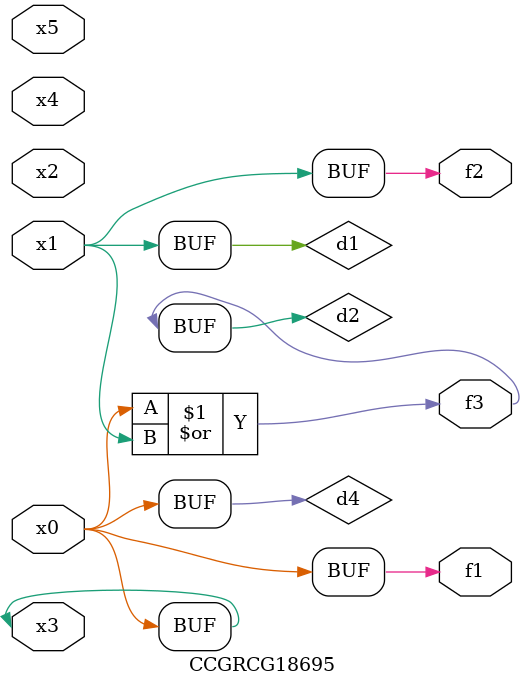
<source format=v>
module CCGRCG18695(
	input x0, x1, x2, x3, x4, x5,
	output f1, f2, f3
);

	wire d1, d2, d3, d4;

	and (d1, x1);
	or (d2, x0, x1);
	nand (d3, x0, x5);
	buf (d4, x0, x3);
	assign f1 = d4;
	assign f2 = d1;
	assign f3 = d2;
endmodule

</source>
